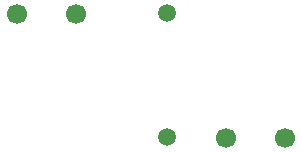
<source format=gbs>
G04 Layer: BottomSolderMaskLayer*
G04 EasyEDA v6.5.40, 2024-08-10 13:38:48*
G04 cb6e2e9fbd21486d88ae5690d2d3dc00,10*
G04 Gerber Generator version 0.2*
G04 Scale: 100 percent, Rotated: No, Reflected: No *
G04 Dimensions in millimeters *
G04 leading zeros omitted , absolute positions ,4 integer and 5 decimal *
%FSLAX45Y45*%
%MOMM*%

%ADD10C,1.5016*%
%ADD11C,1.7000*%

%LPD*%
D10*
G01*
X1651000Y-1020292D03*
G01*
X1651000Y29692D03*
D11*
G01*
X884986Y25400D03*
G01*
X384987Y25400D03*
G01*
X2650286Y-1028700D03*
G01*
X2150287Y-1028700D03*
M02*

</source>
